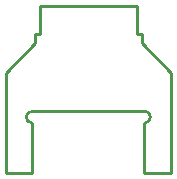
<source format=gbr>
G04 #@! TF.FileFunction,Profile,NP*
%FSLAX45Y45*%
G04 Gerber Fmt 4.5, Leading zero omitted, Abs format (unit mm)*
G04 Created by KiCad (PCBNEW (2015-06-14 BZR 5747, Git dc9ebf3)-product) date 7/9/2015 01:47:13*
%MOMM*%
G01*
G04 APERTURE LIST*
%ADD10C,0.254000*%
G04 APERTURE END LIST*
D10*
X7170000Y-8223000D02*
X7170000Y-8298000D01*
X7207500Y-8223000D02*
X7170000Y-8223000D01*
X8070000Y-8223000D02*
X8032500Y-8223000D01*
X8070000Y-8298000D02*
X8070000Y-8228000D01*
X7145000Y-8973000D02*
G75*
G02X7145000Y-8873000I0J50000D01*
G01*
X8104883Y-8972014D02*
G75*
G03X8095000Y-8873000I-9883J49014D01*
G01*
X6920000Y-9398000D02*
X7145000Y-9398000D01*
X6920000Y-8548000D02*
X6920000Y-9398000D01*
X7170000Y-8298000D02*
X6920000Y-8548000D01*
X7207500Y-7978000D02*
X7207500Y-8223000D01*
X8032500Y-7978000D02*
X7207500Y-7978000D01*
X8032500Y-8223000D02*
X8032500Y-7978000D01*
X8320000Y-8548000D02*
X8070000Y-8298000D01*
X8320000Y-9398000D02*
X8320000Y-8548000D01*
X8095000Y-9398000D02*
X8320000Y-9398000D01*
X8095000Y-8973000D02*
X8095000Y-9398000D01*
X7145000Y-8873000D02*
X8095000Y-8873000D01*
X7145000Y-9398000D02*
X7145000Y-8973000D01*
M02*

</source>
